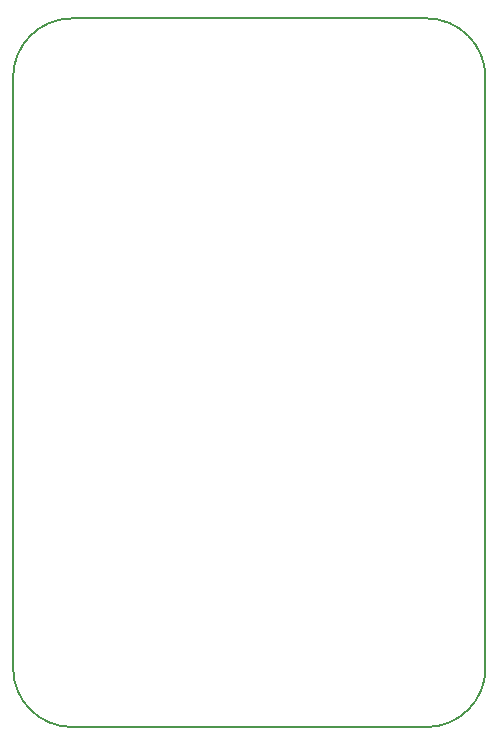
<source format=gbr>
%TF.GenerationSoftware,KiCad,Pcbnew,(7.0.0)*%
%TF.CreationDate,2023-03-11T20:41:09+01:00*%
%TF.ProjectId,StripController,53747269-7043-46f6-9e74-726f6c6c6572,rev?*%
%TF.SameCoordinates,Original*%
%TF.FileFunction,Profile,NP*%
%FSLAX46Y46*%
G04 Gerber Fmt 4.6, Leading zero omitted, Abs format (unit mm)*
G04 Created by KiCad (PCBNEW (7.0.0)) date 2023-03-11 20:41:09*
%MOMM*%
%LPD*%
G01*
G04 APERTURE LIST*
%TA.AperFunction,Profile*%
%ADD10C,0.200000*%
%TD*%
G04 APERTURE END LIST*
D10*
X35000000Y0D02*
G75*
G03*
X40000000Y5000000I0J5000000D01*
G01*
X0Y5000000D02*
X0Y55000000D01*
X35000000Y0D02*
X5000000Y0D01*
X40000000Y55000000D02*
G75*
G03*
X35000000Y60000000I-5000000J0D01*
G01*
X5000000Y60000000D02*
G75*
G03*
X0Y55000000I0J-5000000D01*
G01*
X40000000Y55000000D02*
X40000000Y5000000D01*
X0Y5000000D02*
G75*
G03*
X5000000Y0I5000000J0D01*
G01*
X5000000Y60000000D02*
X35000000Y60000000D01*
M02*

</source>
